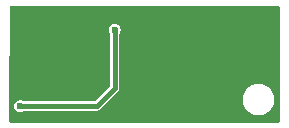
<source format=gbr>
%TF.GenerationSoftware,KiCad,Pcbnew,7.0.10*%
%TF.CreationDate,2024-01-27T16:24:37+01:00*%
%TF.ProjectId,Mouse_charger,4d6f7573-655f-4636-9861-726765722e6b,rev?*%
%TF.SameCoordinates,Original*%
%TF.FileFunction,Copper,L2,Bot*%
%TF.FilePolarity,Positive*%
%FSLAX46Y46*%
G04 Gerber Fmt 4.6, Leading zero omitted, Abs format (unit mm)*
G04 Created by KiCad (PCBNEW 7.0.10) date 2024-01-27 16:24:37*
%MOMM*%
%LPD*%
G01*
G04 APERTURE LIST*
%TA.AperFunction,ViaPad*%
%ADD10C,0.600000*%
%TD*%
%TA.AperFunction,Conductor*%
%ADD11C,0.400000*%
%TD*%
G04 APERTURE END LIST*
D10*
%TO.N,GND*%
X2667000Y-2133600D03*
X9169400Y-9550400D03*
X20040600Y-6070600D03*
X19888200Y-4775200D03*
X5486400Y-2768600D03*
X736600Y-4953000D03*
X1701800Y-7340600D03*
X14909800Y-7315200D03*
X22453600Y-9550400D03*
X19227800Y-9448800D03*
X17526000Y-9499600D03*
X22275800Y-6350000D03*
X18694400Y-6223000D03*
X21666200Y-2870200D03*
X5461000Y-4749800D03*
X10464800Y-5486400D03*
X11430000Y-3479800D03*
X9753600Y-1016000D03*
X8128000Y-914400D03*
X6299200Y-3733800D03*
X19481800Y-7213600D03*
X18465800Y-4800600D03*
X14732000Y-5003800D03*
X16103600Y-9499600D03*
X13360400Y-9525000D03*
X7721600Y-9550400D03*
X457200Y-9525000D03*
X736600Y-3733800D03*
X4495800Y-3683000D03*
X2667000Y-1193800D03*
%TO.N,/TEMP*%
X1016000Y-8636000D03*
X9017000Y-2159000D03*
%TD*%
D11*
%TO.N,/TEMP*%
X8763000Y-7366000D02*
X9017000Y-7112000D01*
X7493000Y-8636000D02*
X8763000Y-7366000D01*
X9017000Y-7112000D02*
X9017000Y-2159000D01*
X1016000Y-8636000D02*
X7493000Y-8636000D01*
%TD*%
%TA.AperFunction,Conductor*%
%TO.N,GND*%
G36*
X22930039Y-146685D02*
G01*
X22975794Y-199489D01*
X22987000Y-251000D01*
X22987000Y-9909000D01*
X22967315Y-9976039D01*
X22914511Y-10021794D01*
X22863000Y-10033000D01*
X225919Y-10033000D01*
X158880Y-10013315D01*
X113125Y-9960511D01*
X101919Y-9908682D01*
X105182Y-8636000D01*
X510353Y-8636000D01*
X530834Y-8778456D01*
X590622Y-8909371D01*
X590623Y-8909373D01*
X684872Y-9018143D01*
X805947Y-9095953D01*
X805950Y-9095954D01*
X805949Y-9095954D01*
X944036Y-9136499D01*
X944038Y-9136500D01*
X944039Y-9136500D01*
X1087962Y-9136500D01*
X1087962Y-9136499D01*
X1226050Y-9095954D01*
X1226051Y-9095954D01*
X1287936Y-9056184D01*
X1354974Y-9036500D01*
X7556431Y-9036500D01*
X7556433Y-9036500D01*
X7577501Y-9029654D01*
X7596417Y-9025112D01*
X7618304Y-9021646D01*
X7638044Y-9011586D01*
X7656011Y-9004144D01*
X7677090Y-8997296D01*
X7695026Y-8984263D01*
X7711588Y-8974114D01*
X7731342Y-8964050D01*
X7746834Y-8948557D01*
X7746841Y-8948552D01*
X7953661Y-8741732D01*
X8618191Y-8077200D01*
X19865093Y-8077200D01*
X19872732Y-8164512D01*
X19873204Y-8175320D01*
X19873204Y-8193300D01*
X19876326Y-8211008D01*
X19877737Y-8221727D01*
X19885377Y-8309045D01*
X19908060Y-8393703D01*
X19910401Y-8404259D01*
X19910403Y-8404268D01*
X19913525Y-8421973D01*
X19919670Y-8438857D01*
X19919674Y-8438867D01*
X19922925Y-8449179D01*
X19945611Y-8533844D01*
X19982653Y-8613282D01*
X19986790Y-8623270D01*
X19992943Y-8640174D01*
X20001934Y-8655748D01*
X20006926Y-8665337D01*
X20043969Y-8744774D01*
X20094244Y-8816574D01*
X20100058Y-8825700D01*
X20109040Y-8841259D01*
X20109045Y-8841266D01*
X20120603Y-8855041D01*
X20127181Y-8863612D01*
X20159223Y-8909373D01*
X20177457Y-8935414D01*
X20239423Y-8997380D01*
X20246729Y-9005352D01*
X20258298Y-9019139D01*
X20258307Y-9019148D01*
X20272074Y-9030699D01*
X20280052Y-9038009D01*
X20342023Y-9099980D01*
X20342026Y-9099982D01*
X20342030Y-9099985D01*
X20413823Y-9150256D01*
X20422402Y-9156838D01*
X20436174Y-9168394D01*
X20451750Y-9177386D01*
X20460850Y-9183184D01*
X20532665Y-9233469D01*
X20532668Y-9233470D01*
X20532669Y-9233471D01*
X20612095Y-9270508D01*
X20621689Y-9275502D01*
X20637259Y-9284491D01*
X20637266Y-9284495D01*
X20654155Y-9290642D01*
X20654169Y-9290647D01*
X20664149Y-9294781D01*
X20743591Y-9331825D01*
X20743599Y-9331827D01*
X20743601Y-9331828D01*
X20764956Y-9337549D01*
X20828269Y-9354514D01*
X20838560Y-9357759D01*
X20855464Y-9363912D01*
X20873178Y-9367035D01*
X20883711Y-9369369D01*
X20968392Y-9392060D01*
X21055724Y-9399700D01*
X21066413Y-9401107D01*
X21084137Y-9404233D01*
X21102117Y-9404233D01*
X21112922Y-9404704D01*
X21130732Y-9406263D01*
X21200236Y-9412344D01*
X21200237Y-9412344D01*
X21200238Y-9412344D01*
X21269742Y-9406263D01*
X21287551Y-9404704D01*
X21298357Y-9404233D01*
X21316336Y-9404233D01*
X21316337Y-9404233D01*
X21334074Y-9401105D01*
X21344730Y-9399702D01*
X21432082Y-9392060D01*
X21516762Y-9369369D01*
X21527286Y-9367037D01*
X21545010Y-9363912D01*
X21561930Y-9357753D01*
X21572198Y-9354516D01*
X21656883Y-9331825D01*
X21736337Y-9294775D01*
X21746293Y-9290651D01*
X21763208Y-9284495D01*
X21778789Y-9275498D01*
X21788347Y-9270522D01*
X21867809Y-9233469D01*
X21939623Y-9183183D01*
X21948703Y-9177398D01*
X21964300Y-9168394D01*
X21978072Y-9156837D01*
X21986638Y-9150263D01*
X22058451Y-9099980D01*
X22120450Y-9037980D01*
X22128381Y-9030713D01*
X22142176Y-9019139D01*
X22153750Y-9005344D01*
X22161017Y-8997413D01*
X22223017Y-8935414D01*
X22273300Y-8863601D01*
X22279878Y-8855031D01*
X22291431Y-8841263D01*
X22300435Y-8825666D01*
X22306220Y-8816586D01*
X22356506Y-8744772D01*
X22393559Y-8665310D01*
X22398535Y-8655752D01*
X22407532Y-8640171D01*
X22413688Y-8623256D01*
X22417812Y-8613300D01*
X22454862Y-8533846D01*
X22477553Y-8449161D01*
X22480790Y-8438893D01*
X22486949Y-8421973D01*
X22490074Y-8404249D01*
X22492406Y-8393725D01*
X22515097Y-8309045D01*
X22522737Y-8221710D01*
X22524145Y-8211020D01*
X22527270Y-8193300D01*
X22527861Y-8166167D01*
X22528299Y-8158143D01*
X22535381Y-8077200D01*
X22528299Y-7996261D01*
X22527861Y-7988228D01*
X22527270Y-7961100D01*
X22524144Y-7943376D01*
X22522736Y-7932673D01*
X22515097Y-7845355D01*
X22492406Y-7760674D01*
X22490071Y-7750135D01*
X22486949Y-7732427D01*
X22480796Y-7715523D01*
X22477547Y-7705217D01*
X22460586Y-7641919D01*
X22454865Y-7620564D01*
X22454864Y-7620562D01*
X22454862Y-7620554D01*
X22417818Y-7541112D01*
X22413684Y-7531132D01*
X22407532Y-7514229D01*
X22398539Y-7498652D01*
X22393545Y-7489058D01*
X22356508Y-7409632D01*
X22356507Y-7409631D01*
X22356506Y-7409628D01*
X22306221Y-7337813D01*
X22300422Y-7328710D01*
X22291431Y-7313137D01*
X22279871Y-7299360D01*
X22273293Y-7290786D01*
X22223022Y-7218993D01*
X22223021Y-7218992D01*
X22223017Y-7218986D01*
X22161046Y-7157015D01*
X22153736Y-7149037D01*
X22142185Y-7135270D01*
X22142176Y-7135261D01*
X22128389Y-7123692D01*
X22120417Y-7116386D01*
X22058451Y-7054420D01*
X22058450Y-7054419D01*
X21986644Y-7004140D01*
X21978078Y-6997566D01*
X21964303Y-6986008D01*
X21964296Y-6986003D01*
X21953863Y-6979980D01*
X21948731Y-6977017D01*
X21939611Y-6971207D01*
X21867811Y-6920932D01*
X21867802Y-6920928D01*
X21862820Y-6918604D01*
X21788374Y-6883889D01*
X21778785Y-6878897D01*
X21763211Y-6869906D01*
X21746307Y-6863753D01*
X21736319Y-6859616D01*
X21656881Y-6822574D01*
X21572216Y-6799888D01*
X21561904Y-6796637D01*
X21545010Y-6790488D01*
X21545005Y-6790487D01*
X21527296Y-6787364D01*
X21516740Y-6785023D01*
X21432082Y-6762340D01*
X21344764Y-6754700D01*
X21334045Y-6753289D01*
X21316337Y-6750167D01*
X21298357Y-6750167D01*
X21287551Y-6749695D01*
X21237420Y-6745309D01*
X21200238Y-6742056D01*
X21200236Y-6742056D01*
X21163053Y-6745309D01*
X21112922Y-6749695D01*
X21102117Y-6750167D01*
X21084138Y-6750167D01*
X21084137Y-6750167D01*
X21068895Y-6752854D01*
X21066431Y-6753289D01*
X21055710Y-6754700D01*
X20968391Y-6762340D01*
X20883725Y-6785025D01*
X20873172Y-6787365D01*
X20855463Y-6790488D01*
X20855458Y-6790489D01*
X20838564Y-6796638D01*
X20828254Y-6799889D01*
X20743588Y-6822575D01*
X20664154Y-6859615D01*
X20654171Y-6863750D01*
X20637272Y-6869902D01*
X20637266Y-6869905D01*
X20621691Y-6878896D01*
X20612106Y-6883885D01*
X20532669Y-6920928D01*
X20460865Y-6971205D01*
X20451747Y-6977014D01*
X20436174Y-6986005D01*
X20422397Y-6997564D01*
X20413826Y-7004140D01*
X20342023Y-7054419D01*
X20280040Y-7116401D01*
X20272071Y-7123703D01*
X20258298Y-7135261D01*
X20246740Y-7149034D01*
X20239438Y-7157003D01*
X20177456Y-7218986D01*
X20127177Y-7290789D01*
X20120601Y-7299360D01*
X20109042Y-7313137D01*
X20100051Y-7328710D01*
X20094242Y-7337828D01*
X20043965Y-7409632D01*
X20006922Y-7489069D01*
X20001933Y-7498654D01*
X19992942Y-7514229D01*
X19992939Y-7514235D01*
X19986787Y-7531134D01*
X19982652Y-7541117D01*
X19945612Y-7620551D01*
X19922926Y-7705217D01*
X19919675Y-7715527D01*
X19913526Y-7732421D01*
X19913525Y-7732426D01*
X19910402Y-7750135D01*
X19908062Y-7760688D01*
X19885377Y-7845354D01*
X19877737Y-7932673D01*
X19876326Y-7943394D01*
X19873204Y-7961101D01*
X19873204Y-7979078D01*
X19872732Y-7989885D01*
X19865093Y-8077198D01*
X19865093Y-8077200D01*
X8618191Y-8077200D01*
X9016840Y-7678550D01*
X9016847Y-7678545D01*
X9023907Y-7671485D01*
X9023909Y-7671484D01*
X9322483Y-7372909D01*
X9345050Y-7350342D01*
X9355109Y-7330597D01*
X9365271Y-7314014D01*
X9378296Y-7296090D01*
X9385141Y-7275022D01*
X9392586Y-7257045D01*
X9402646Y-7237304D01*
X9406112Y-7215415D01*
X9410652Y-7196501D01*
X9417499Y-7175433D01*
X9417499Y-7148654D01*
X9417500Y-7148629D01*
X9417500Y-2507332D01*
X9437185Y-2440293D01*
X9437901Y-2439336D01*
X9442368Y-2432382D01*
X9442377Y-2432373D01*
X9502165Y-2301457D01*
X9522647Y-2159000D01*
X9502165Y-2016543D01*
X9442377Y-1885627D01*
X9348128Y-1776857D01*
X9227053Y-1699047D01*
X9227051Y-1699046D01*
X9227049Y-1699045D01*
X9227050Y-1699045D01*
X9088963Y-1658500D01*
X9088961Y-1658500D01*
X8945039Y-1658500D01*
X8945036Y-1658500D01*
X8806949Y-1699045D01*
X8685873Y-1776856D01*
X8591623Y-1885626D01*
X8591622Y-1885628D01*
X8531834Y-2016543D01*
X8511353Y-2159000D01*
X8531834Y-2301456D01*
X8571123Y-2387485D01*
X8591623Y-2432373D01*
X8591627Y-2432378D01*
X8596418Y-2439833D01*
X8593364Y-2441795D01*
X8615235Y-2489663D01*
X8616500Y-2507332D01*
X8616500Y-6894745D01*
X8596815Y-6961784D01*
X8580181Y-6982426D01*
X7363426Y-8199181D01*
X7302103Y-8232666D01*
X7275745Y-8235500D01*
X1354974Y-8235500D01*
X1287936Y-8215816D01*
X1226050Y-8176045D01*
X1087963Y-8135500D01*
X1087961Y-8135500D01*
X944039Y-8135500D01*
X944036Y-8135500D01*
X805949Y-8176045D01*
X684873Y-8253856D01*
X590623Y-8362626D01*
X590622Y-8362628D01*
X530834Y-8493543D01*
X510353Y-8636000D01*
X105182Y-8636000D01*
X126683Y-250682D01*
X146540Y-183693D01*
X199461Y-138074D01*
X250683Y-127000D01*
X22863000Y-127000D01*
X22930039Y-146685D01*
G37*
%TD.AperFunction*%
%TD*%
M02*

</source>
